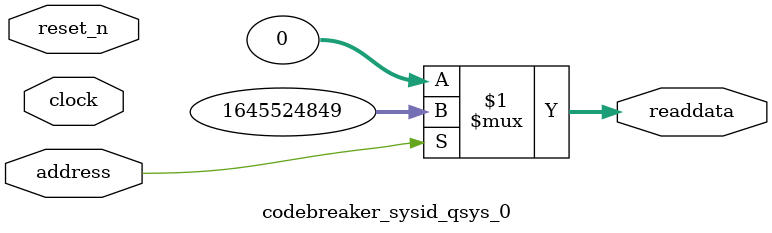
<source format=v>



// synthesis translate_off
`timescale 1ns / 1ps
// synthesis translate_on

// turn off superfluous verilog processor warnings 
// altera message_level Level1 
// altera message_off 10034 10035 10036 10037 10230 10240 10030 

module codebreaker_sysid_qsys_0 (
               // inputs:
                address,
                clock,
                reset_n,

               // outputs:
                readdata
             )
;

  output  [ 31: 0] readdata;
  input            address;
  input            clock;
  input            reset_n;

  wire    [ 31: 0] readdata;
  //control_slave, which is an e_avalon_slave
  assign readdata = address ? 1645524849 : 0;

endmodule



</source>
